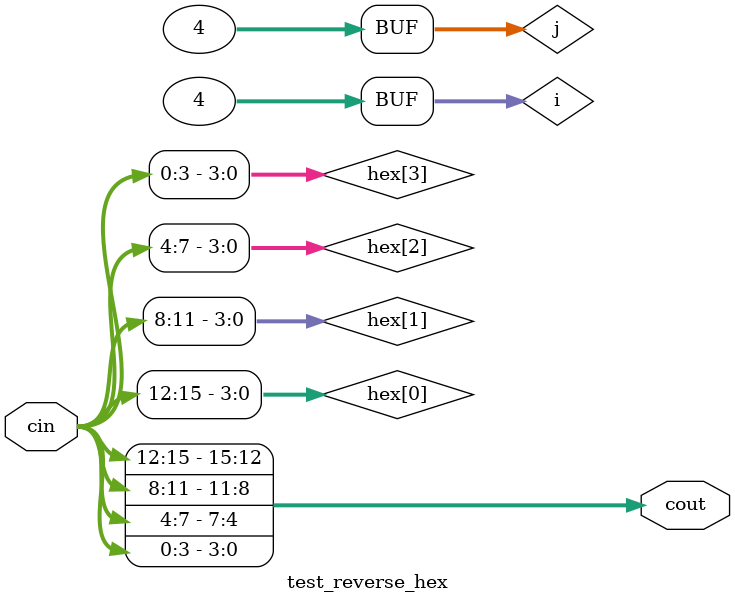
<source format=v>
module test_reverse_hex(cin, cout);
    parameter SIZE = 16;                // 資料量，預設 4 個 hex，16 bits

    input  [0:SIZE-1] cin;              // 輸入一維資料
    reg    [0:3]      hex [0:SIZE/4-1]; // hex 資料暫存
    output reg [0:SIZE-1] cout;         // 反向資料輸出
    integer i, j;
    
    always @(*) begin
        for(i = 0; i < SIZE/4; i = i + 1) begin
            for(j = 0; j < 4; j = j + 1) begin
                hex[i][j] = cin[SIZE-(i+1)*4+j];
            end
            cout = {cout, hex[i]};
        end
    end
endmodule

</source>
